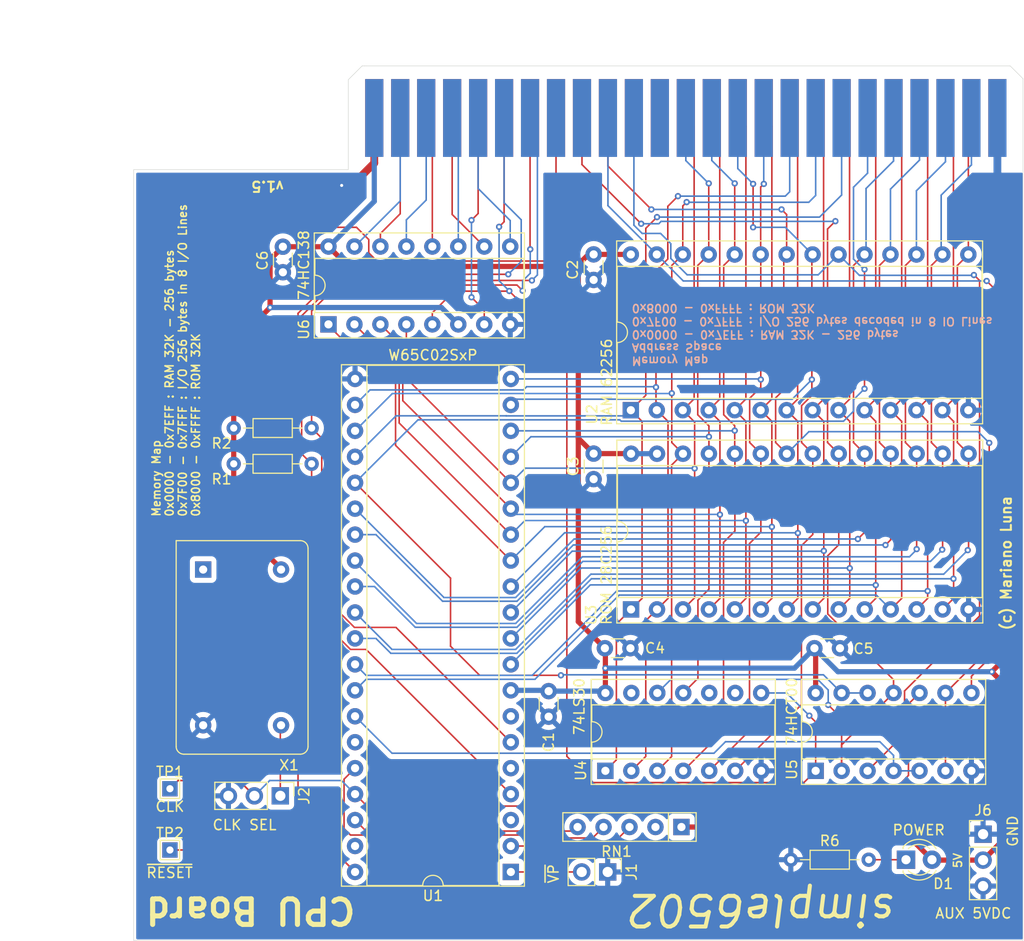
<source format=kicad_pcb>
(kicad_pcb (version 20221018) (generator pcbnew)
  (layers (0 "F.Cu" signal) (31 "B.Cu" signal) (34 "B.Paste" user) (35 "F.Paste" user) (36 "B.SilkS" user "B.Silkscreen") (37 "F.SilkS" user "F.Silkscreen") (38 "B.Mask" user) (39 "F.Mask" user) (44 "Edge.Cuts" user))
  (net 0 "")
  (net 1 "VCC")
  (net 2 "GND")
  (net 3 "Net-(D1-K)")
  (net 4 "/~{VP}")
  (net 5 "/OSC_OUT")
  (net 6 "CLK")
  (net 7 "~{RESET}")
  (net 8 "A0")
  (net 9 "A1")
  (net 10 "A2")
  (net 11 "A3")
  (net 12 "A4")
  (net 13 "A5")
  (net 14 "A6")
  (net 15 "A7")
  (net 16 "D0")
  (net 17 "D1")
  (net 18 "D2")
  (net 19 "D3")
  (net 20 "D4")
  (net 21 "D5")
  (net 22 "D6")
  (net 23 "D7")
  (net 24 "~{IRQ}")
  (net 25 "~{NMI}")
  (net 26 "~{IO_CS}")
  (net 27 "~{ROM_CS}")
  (net 28 "~{RAM_CS}")
  (net 29 "~{WR}")
  (net 30 "~{RD}")
  (net 31 "A8")
  (net 32 "A9")
  (net 33 "A10")
  (net 34 "A11")
  (net 35 "A12")
  (net 36 "A13")
  (net 37 "A14")
  (net 38 "A15")
  (net 45 "R~{W}")
  (net 51 "~{SO}")
  (net 52 "BE")
  (net 53 "RDY")
  (net 54 "~{IO_08}")
  (net 55 "~{IO_07}")
  (net 56 "~{IO_06}")
  (net 57 "~{IO_05}")
  (net 58 "~{IO_04}")
  (net 59 "~{IO_03}")
  (net 60 "~{IO_02}")
  (net 61 "~{IO_01}")
  (footprint "Package_DIP:DIP-16_W7.62mm_Socket" (layer "F.Cu") (at 82.06 75.3 90)
    (fp_text reference "U6")
    (fp_text value "74HC138")
  )
  (footprint "Capacitor_THT:C_Disc_D3.0mm_W1.6mm_P2.50mm" (layer "F.Cu") (at 109.1 107)
    (fp_text reference "C4")
    (fp_text value "0.1uF")
  )
  (footprint "Capacitor_THT:C_Disc_D3.0mm_W1.6mm_P2.50mm" (layer "F.Cu") (at 108 87.95 -90)
    (fp_text reference "C3")
    (fp_text value "0.1uF")
  )
  (footprint "TestPoint:TestPoint_THTPad_1.5x1.5mm_Drill0.7mm" (layer "F.Cu") (at 66.55 120.75)
    (fp_text reference "TP1")
    (fp_text value "CLK")
  )
  (footprint "Resistor_THT:R_Axial_DIN0204_L3.6mm_D1.6mm_P7.62mm_Horizontal" (layer "F.Cu") (at 134.91 127.7 180)
    (fp_text reference "R6")
    (fp_text value "330")
  )
  (footprint "Capacitor_THT:C_Disc_D3.0mm_W1.6mm_P2.50mm" (layer "F.Cu") (at 129.6 107)
    (fp_text reference "C5")
    (fp_text value "0.1uF")
  )
  (footprint "LED_THT:LED_D3.0mm" (layer "F.Cu") (at 138.56 127.7)
    (fp_text reference "D1")
    (fp_text value "POWER")
  )
  (footprint "Connector_PCBEdge:BUS_EdgePCB_Apple_2" (layer "F.Cu") (at 124.64 55.1 180)
    (fp_text reference "BUS1")
    (fp_text value "6502 BUS ")
  )
  (footprint "Resistor_THT:R_Axial_DIN0204_L3.6mm_D1.6mm_P7.62mm_Horizontal" (layer "F.Cu") (at 80.41 85.45 180)
    (fp_text reference "R2")
    (fp_text value "3K3")
  )
  (footprint "Capacitor_THT:C_Disc_D3.0mm_W1.6mm_P2.50mm" (layer "F.Cu") (at 103.6 111.2 -90)
    (fp_text reference "C1")
    (fp_text value "0.1uF")
  )
  (footprint "Connector_PinHeader_2.54mm:PinHeader_1x03_P2.54mm_Vertical" (layer "F.Cu") (at 146.1 125.2)
    (fp_text reference "J6")
    (fp_text value "AUX 5VDC")
  )
  (footprint "Package_DIP:DIP-28_W15.24mm_Socket" (layer "F.Cu") (at 111.66 103.2 90)
    (fp_text reference "U3")
    (fp_text value "ROM 28C256")
  )
  (footprint "Connector_PinHeader_2.54mm:PinHeader_1x03_P2.54mm_Vertical" (layer "F.Cu") (at 77.35 121.45 -90)
    (fp_text reference "J2")
    (fp_text value "CLK SEL")
  )
  (footprint "Connector_PinHeader_2.54mm:PinHeader_1x02_P2.54mm_Vertical" (layer "F.Cu") (at 109.375 128.9 -90)
    (fp_text reference "J1")
    (fp_text value "~{VP}")
  )
  (footprint "Package_DIP:DIP-40_W15.24mm_Socket" (layer "F.Cu") (at 99.9 128.9 180)
    (fp_text reference "U1")
    (fp_text value "W65C02SxP")
  )
  (footprint "Resistor_THT:R_Axial_DIN0204_L3.6mm_D1.6mm_P7.62mm_Horizontal" (layer "F.Cu") (at 80.41 88.95 180)
    (fp_text reference "R1")
    (fp_text value "3K3")
  )
  (footprint "Package_DIP:DIP-14_W7.62mm_Socket" (layer "F.Cu") (at 109.15 119 90)
    (fp_text reference "U4")
    (fp_text value "74LS30")
  )
  (footprint "Oscillator:Oscillator_DIP-14" (layer "F.Cu") (at 69.8 99.3 -90)
    (fp_text reference "X1")
    (fp_text value "ACO-1MHz")
  )
  (footprint "TestPoint:TestPoint_THTPad_1.5x1.5mm_Drill0.7mm" (layer "F.Cu") (at 66.55 126.75)
    (fp_text reference "TP2")
    (fp_text value "~{RESET}")
  )
  (footprint "Package_DIP:DIP-28_W15.24mm_Socket" (layer "F.Cu") (at 111.64 83.7 90)
    (fp_text reference "U2")
    (fp_text value "RAM 62256")
  )
  (footprint "Capacitor_THT:C_Disc_D3.0mm_W1.6mm_P2.50mm" (layer "F.Cu") (at 108 68.45 -90)
    (fp_text reference "C2")
    (fp_text value "0.1uF")
  )
  (footprint "Capacitor_THT:C_Disc_D3.0mm_W1.6mm_P2.50mm" (layer "F.Cu") (at 77.6 67.7 -90)
    (fp_text reference "C6")
    (fp_text value "0.1uF")
  )
  (footprint "Package_DIP:DIP-14_W7.62mm_Socket" (layer "F.Cu") (at 129.72 119 90)
    (fp_text reference "U5")
    (fp_text value "74HCT00")
  )
  (footprint "Resistor_THT:R_Array_SIP5" (layer "F.Cu") (at 116.59 124.5 180)
    (fp_text reference "RN1")
    (fp_text value "4K7")
  )
  (gr_line (start 150 135.6) (end 150 51.25) (stroke (width 0.05)) (layer "Edge.Cuts"))
  (gr_line (start 85.6 50) (end 85.35 50) (stroke (width 0.05)) (layer "Edge.Cuts"))
  (gr_line (start 84 51.35) (end 84 60.15) (stroke (width 0.05)) (layer "Edge.Cuts"))
  (gr_line (start 85.35 50) (end 84 51.35) (stroke (width 0.05)) (layer "Edge.Cuts"))
  (gr_line (start 63 60.15) (end 63 135.6) (stroke (width 0.05)) (layer "Edge.Cuts"))
  (gr_line (start 148.75 50) (end 85.6 50) (stroke (width 0.05)) (layer "Edge.Cuts"))
  (gr_line (start 150 51.25) (end 148.75 50) (stroke (width 0.05)) (layer "Edge.Cuts"))
  (gr_line (start 84 60.15) (end 63 60.15) (stroke (width 0.05)) (layer "Edge.Cuts"))
  (gr_line (start 63 135.6) (end 150 135.6) (stroke (width 0.05)) (layer "Edge.Cuts"))
  (gr_text "Memory Map \nAddress Space\n0x0000 - 0x7EFF : RAM 32K - 256 bytes\n0x7F00 - 0x7FFF : I/O 256 bytes decoded in 8 IO Lines\n0x8000 - 0xFFFF : ROM 32K" (at 111.65 73.25 180) (layer "B.SilkS") (effects (font (size 0.8 0.8) (thickness 0.15) bold) (justify left bottom mirror)))
  (gr_text "GND" (at 149 124.9 90) (layer "F.SilkS") (effects (font (size 1 1))))
  (gr_text "simple6502" (at 137.85 130.85 180) (layer "F.SilkS") (effects (font (size 3 3) (thickness 0.4) italic) (justify left bottom)))
  (gr_text "Memory Map \n0x0000 - 0x7EFF : RAM 32K - 256 bytes\n0x7F00 - 0x7FFF : I/O 256 bytes in 8 I/O Lines\n0x8000 - 0xFFFF : ROM 32K" (at 69.55 94.2 90) (layer "F.SilkS") (effects (font (size 0.8 0.8) (thickness 0.15) bold) (justify left bottom)))
  (gr_text "v1.5" (at 77.8 61.2 180) (layer "F.SilkS") (effects (font (size 1 1) (thickness 0.2) bold) (justify left bottom)))
  (gr_text "5V" (at 144.1 128.6 90) (layer "F.SilkS") (effects (font (size 0.8 0.8) (thickness 0.15) bold) (justify left bottom)))
  (gr_text "CPU Board" (at 84.95 131.2 180) (layer "F.SilkS") (effects (font (size 2.5 2.5) (thickness 0.5) bold) (justify left bottom)))
  (gr_text "(c) Mariano Luna" (at 148.95 105.35 90) (layer "F.SilkS") (effects (font (size 1 1) (thickness 0.2) bold) (justify left bottom)))
  (segment (start 108 68.45) (end 111.63 68.45) (width 0.508) (layer "F.Cu") (net 1))
  (segment (start 77.42 99.3) (end 77.42 99.22) (width 0.508) (layer "F.Cu") (net 1))
  (segment (start 72.79 77.206) (end 76.346 73.65) (width 0.508) (layer "F.Cu") (net 1))
  (segment (start 147.45 55.15) (end 147.5 55.1) (width 0.508) (layer "F.Cu") (net 1))
  (segment (start 77.6 67.7) (end 82.04 67.7) (width 0.508) (layer "F.Cu") (net 1))
  (segment (start 146.1 127.74) (end 141.14 127.74) (width 0.508) (layer "F.Cu") (net 1))
  (segment (start 72.79 85.45) (end 72.79 88.95) (width 0.508) (layer "F.Cu") (net 1))
  (segment (start 77.42 99.22) (end 72.79 94.59) (width 0.508) (layer "F.Cu") (net 1))
  (segment (start 141.14 127.74) (end 141.1 127.7) (width 0.508) (layer "F.Cu") (net 1))
  (segment (start 148.65 125.19) (end 146.1 127.74) (width 0.508) (layer "F.Cu") (net 1))
  (segment (start 84.0102 69.6302) (end 82.06 67.68) (width 0.508) (layer "F.Cu") (net 1))
  (segment (start 109.15 108.95) (end 109.15 107.05) (width 0.508) (layer "F.Cu") (net 1))
  (segment (start 72.79 85.45) (end 72.79 77.206) (width 0.508) (layer "F.Cu") (net 1))
  (segment (start 111.65 87.95) (end 111.66 87.96) (width 0.508) (layer "F.Cu") (net 1))
  (segment (start 109.15 107.05) (end 109.1 107) (width 0.508) (layer "F.Cu") (net 1))
  (segment (start 106.5 85.95) (end 106.5 104.4) (width 0.508) (layer "F.Cu") (net 1))
  (segment (start 106.5 69.95) (end 106.1802 69.6302) (width 0.508) (layer "F.Cu") (net 1))
  (segment (start 106.5 85.95) (end 106.5 69.95) (width 0.508) (layer "F.Cu") (net 1))
  (segment (start 141.1 127.7) (end 137.9 124.5) (width 0.508) (layer "F.Cu") (net 1))
  (segment (start 108 87.95) (end 111.65 87.95) (width 0.508) (layer "F.Cu") (net 1))
  (segment (start 148.65 111) (end 148.65 125.19) (width 0.508) (layer "F.Cu") (net 1))
  (segment (start 146.95 109.3) (end 148.7 107.55) (width 0.508) (layer "F.Cu") (net 1))
  (segment (start 106.5 86.45) (end 106.5 85.95) (width 0.508) (layer "F.Cu") (net 1))
  (segment (start 129.72 111.38) (end 129.72 107.12) (width 0.508) (layer "F.Cu") (net 1))
  (segment (start 76.346 68.954) (end 76.346 73.65) (width 0.508) (layer "F.Cu") (net 1))
  (segment (start 106.5 104.4) (end 109.1 107) (width 0.508) (layer "F.Cu") (net 1))
  (segment (start 82.04 67.7) (end 82.06 67.68) (width 0.508) (layer "F.Cu") (net 1))
  (segment (start 129.72 107.12) (end 129.6 107) (width 0.508) (layer "F.Cu") (net 1))
  (segment (start 137.9 124.5) (end 116.59 124.5) (width 0.508) (layer "F.Cu") (net 1))
  (segment (start 106.5 69.45) (end 106.5 69.95) (width 0.508) (layer "F.Cu") (net 1))
  (segment (start 72.79 94.59) (end 72.79 88.95) (width 0.508) (layer "F.Cu") (net 1))
  (segment (start 103.52 111.12) (end 103.6 111.2) (width 0.508) (layer "F.Cu") (net 1))
  (segment (start 106.1802 69.6302) (end 84.0102 69.6302) (width 0.508) (layer "F.Cu") (net 1))
  (segment (start 109.15 111.38) (end 109.15 108.95) (width 0.508) (layer "F.Cu") (net 1))
  (segment (start 77.6 67.7) (end 76.346 68.954) (width 0.508) (layer "F.Cu") (net 1))
  (segment (start 148.7 64.2) (end 147.45 62.95) (width 0.508) (layer "F.Cu") (net 1))
  (segment (start 107.5 68.45) (end 106.5 69.45) (width 0.508) (layer "F.Cu") (net 1))
  (segment (start 111.63 68.45) (end 111.64 68.46) (width 0.508) (layer "F.Cu") (net 1))
  (segment (start 147.45 62.95) (end 147.45 55.15) (width 0.508) (layer "F.Cu") (net 1))
  (segment (start 146.95 109.3) (end 148.65 111) (width 0.508) (layer "F.Cu") (net 1))
  (segment (start 148.7 107.55) (end 148.7 64.2) (width 0.508) (layer "F.Cu") (net 1))
  (segment (start 108 87.95) (end 106.5 86.45) (width 0.508) (layer "F.Cu") (net 1))
  (segment (start 108 68.45) (end 107.5 68.45) (width 0.508) (layer "F.Cu") (net 1))
  (via (at 146.95 109.3) (size 0.61) (drill 0.3) (layers "F.Cu" "B.Cu") (net 1))
  (via (at 109.15 108.95) (size 0.61) (drill 0.3) (layers "F.Cu" "B.Cu") (net 1))
  (via (at 76.346 73.65) (size 0.61) (drill 0.3) (layers "F.Cu" "B.Cu") (net 1))
  (segment (start 131.9 109.3) (end 129.6 107) (width 0.508) (layer "B.Cu") (net 1))
  (segment (start 146.95 109.3) (end 131.9 109.3) (width 0.508) (layer "B.Cu") (net 1))
  (segment (start 86.54 63.26) (end 82.12 67.68) (width 0.508) (layer "B.Cu") (net 1))
  (segment (start 127.65 108.95) (end 109.15 108.95) (width 0.508) (layer "B.Cu") (net 1))
  (segment (start 82.12 67.68) (end 82.06 67.68) (width 0.508) (layer "B.Cu") (net 1))
  (segment (start 129.6 107) (end 127.65 108.95) (width 0.508) (layer "B.Cu") (net 1))
  (segment (start 94.76 75.3) (end 93.11 73.65) (width 0.508) (layer "B.Cu") (net 1))
  (segment (start 93.11 73.65) (end 76.346 73.65) (width 0.508) (layer "B.Cu") (net 1))
  (segment (start 108.97 111.2) (end 109.15 111.38) (width 0.508) (layer "B.Cu") (net 1))
  (segment (start 103.52 111.12) (end 103.6 111.2) (width 0.508) (layer "B.Cu") (net 1))
  (segment (start 99.9 111.12) (end 103.52 111.12) (width 0.508) (layer "B.Cu") (net 1))
  (segment (start 103.6 111.2) (end 108.97 111.2) (width 0.508) (layer "B.Cu") (net 1))
  (segment (start 86.54 55.1) (end 86.54 63.26) (width 0.508) (layer "B.Cu") (net 1))
  (segment (start 111.66 87.96) (end 114.2 87.96) (width 0.508) (layer "B.Cu") (net 1))
  (segment (start 86.54 59.51) (end 84.35 61.7) (width 0.762) (layer "F.Cu") (net 2))
  (segment (start 84.35 61.7) (end 83.35 61.7) (width 0.762) (layer "F.Cu") (net 2))
  (segment (start 86.54 55.1) (end 86.54 59.51) (width 0.762) (layer "F.Cu") (net 2))
  (via (at 83.35 61.7) (size 0.61) (drill 0.3) (layers "F.Cu" "B.Cu") (net 2))
  (segment (start 147.5 55.1) (end 147.5 60.6) (width 0.762) (layer "B.Cu") (net 2))
  (segment (start 147.5 60.6) (end 148.75 61.85) (width 0.762) (layer "B.Cu") (net 2))
  (segment (start 138.56 127.7) (end 134.91 127.7) (width 0.1524) (layer "F.Cu") (net 3))
  (segment (start 99.9 128.9) (end 106.835 128.9) (width 0.1524) (layer "F.Cu") (net 4))
  (segment (start 77.35 121.45) (end 77.35 114.61) (width 0.1524) (layer "F.Cu") (net 5))
  (segment (start 77.35 114.61) (end 77.42 114.54) (width 0.1524) (layer "F.Cu") (net 5))
  (segment (start 86 67) (end 86 68.3) (width 0.1524) (layer "F.Cu") (net 6))
  (segment (start 103.45 69.1) (end 104.32 68.23) (width 0.1524) (layer "F.Cu") (net 6))
  (segment (start 77.1 65.8) (end 84.8 65.8) (width 0.1524) (layer "F.Cu") (net 6))
  (segment (start 84.8 65.8) (end 86 67) (width 0.1524) (layer "F.Cu") (net 6))
  (segment (start 84.66 121.28) (end 85.83 122.45) (width 0.1524) (layer "F.Cu") (net 6))
  (segment (start 73.31 119.95) (end 74.81 121.45) (width 0.1524) (layer "F.Cu") (net 6))
  (segment (start 66.55 120.75) (end 67.35 119.95) (width 0.1524) (layer "F.Cu") (net 6))
  (segment (start 104.32 68.23) (end 104.32 55.1) (width 0.1524) (layer "F.Cu") (net 6))
  (segment (start 74.81 121.45) (end 71.3 117.94) (width 0.1524) (layer "F.Cu") (net 6))
  (segment (start 135.799577 122.45) (end 138.8 119.449577) (width 0.1524) (layer "F.Cu") (net 6))
  (segment (start 86 68.3) (end 86.8 69.1) (width 0.1524) (layer "F.Cu") (net 6))
  (segment (start 74.85 121.49) (end 74.81 121.45) (width 0.1524) (layer "F.Cu") (net 6))
  (segment (start 138.8 112.46) (end 139.88 111.38) (width 0.1524) (layer "F.Cu") (net 6))
  (segment (start 85.83 122.45) (end 135.799577 122.45) (width 0.1524) (layer "F.Cu") (net 6))
  (segment (start 71.3 71.6) (end 77.1 65.8) (width 0.1524) (layer "F.Cu") (net 6))
  (segment (start 86.8 69.1) (end 103.45 69.1) (width 0.1524) (layer "F.Cu") (net 6))
  (segment (start 71.3 117.94) (end 71.3 71.6) (width 0.1524) (layer "F.Cu") (net 6))
  (segment (start 138.8 119.449577) (end 138.8 112.46) (width 0.1524) (layer "F.Cu") (net 6))
  (segment (start 67.35 119.95) (end 73.31 119.95) (width 0.1524) (layer "F.Cu") (net 6))
  (segment (start 83.33 119.95) (end 84.66 121.28) (width 0.1524) (layer "B.Cu") (net 6))
  (segment (start 76.31 119.95) (end 83.33 119.95) (width 0.1524) (layer "B.Cu") (net 6))
  (segment (start 74.81 121.45) (end 76.31 119.95) (width 0.1524) (layer "B.Cu") (net 6))
  (segment (start 79.0814 123.3214) (end 84.66 128.9) (width 0.1524) (layer "F.Cu") (net 7))
  (segment (start 82.9 70.4) (end 79.0814 74.2186) (width 0.1524) (layer "F.Cu") (net 7))
  (segment (start 99.65 70.4) (end 82.9 70.4) (width 0.1524) (layer "F.Cu") (net 7))
  (segment (start 82.51 126.75) (end 84.66 128.9) (width 0.1524) (layer "F.Cu") (net 7))
  (segment (start 66.55 126.75) (end 82.51 126.75) (width 0.1524) (layer "F.Cu") (net 7))
  (segment (start 79.0814 74.2186) (end 79.0814 123.3214) (width 0.1524) (layer "F.Cu") (net 7))
  (via (at 99.65 70.4) (size 0.61) (drill 0.3) (layers "F.Cu" "B.Cu") (net 7))
  (segment (start 99.65 70.4) (end 100.9162 69.1338) (width 0.1524) (layer "B.Cu") (net 7))
  (segment (start 99.24 63.39) (end 99.24 55.1) (width 0.1524) (layer "B.Cu") (net 7))
  (segment (start 100.9162 69.1338) (end 100.9162 65.0662) (width 0.1524) (layer "B.Cu") (net 7))
  (segment (start 100.9162 65.0662) (end 99.24 63.39) (width 0.1524) (layer "B.Cu") (net 7))
  (segment (start 135.5962 82.6038) (end 135.5962 55.8962) (width 0.1524) (layer "F.Cu") (net 8))
  (segment (start 135.5962 102.1238) (end 134.52 103.2) (width 0.1524) (layer "F.Cu") (net 8))
  (segment (start 135.5962 84.7962) (end 134.5 83.7) (width 0.1524) (layer "F.Cu") (net 8))
  (segment (start 134.5 83.7) (end 135.5962 82.6038) (width 0.1524) (layer "F.Cu") (net 8))
  (segment (start 135.5962 100.8193) (end 135.5962 84.7962) (width 0.1524) (layer "F.Cu") (net 8))
  (segment (start 135.5962 55.8962) (end 134.8 55.1) (width 0.1524) (layer "F.Cu") (net 8))
  (segment (start 135.5962 100.8193) (end 135.5962 102.1238) (width 0.1524) (layer "F.Cu") (net 8))
  (via (at 135.5962 100.8193) (size 0.61) (drill 0.3) (layers "F.Cu" "B.Cu") (net 8))
  (segment (start 135.5962 100.8193) (end 135.5769 100.8) (width 0.1524) (layer "B.Cu") (net 8))
  (segment (start 135.5769 100.8) (end 107.68 100.8) (width 0.1524) (layer "B.Cu") (net 8))
  (segment (start 107.68 100.8) (end 99.9 108.58) (width 0.1524) (layer "B.Cu") (net 8))
  (segment (start 131.96 83.7) (end 133.0362 82.6238) (width 0.1524) (layer "F.Cu") (net 9))
  (segment (start 133.0362 82.6238) (end 133.0362 55.8762) (width 0.1524) (layer "F.Cu") (net 9))
  (segment (start 133.0562 102.1238) (end 131.98 103.2) (width 0.1524) (layer "F.Cu") (net 9))
  (segment (start 133.0562 99.1693) (end 133.0562 102.1238) (width 0.1524) (layer "F.Cu") (net 9))
  (segment (start 133.0562 84.7962) (end 131.96 83.7) (width 0.1524) (layer "F.Cu") (net 9))
  (segment (start 133.0362 55.8762) (end 132.26 55.1) (width 0.1524) (layer "F.Cu") (net 9))
  (segment (start 133.0562 99.1693) (end 133.0562 84.7962) (width 0.1524) (layer "F.Cu") (net 9))
  (via (at 133.0562 99.1693) (size 0.61) (drill 0.3) (layers "F.Cu" "B.Cu") (net 9))
  (segment (start 106.79 99.15) (end 99.9 106.04) (width 0.1524) (layer "B.Cu") (net 9))
  (segment (start 133.0562 99.1693) (end 133.0369 99.15) (width 0.1524) (layer "B.Cu") (net 9))
  (segment (start 133.0369 99.15) (end 106.79 99.15) (width 0.1524) (layer "B.Cu") (net 9))
  (segment (start 130.5162 97.4693) (end 130.5162 102.1238) (width 0.1524) (layer "F.Cu") (net 10))
  (segment (start 130.4962 82.6238) (end 130.4962 55.8762) (width 0.1524) (layer "F.Cu") (net 10))
  (segment (start 129.42 83.7) (end 130.4962 82.6238) (width 0.1524) (layer "F.Cu") (net 10))
  (segment (start 130.5162 97.4693) (end 130.5162 84.7962) (width 0.1524) (layer "F.Cu") (net 10))
  (segment (start 130.4962 55.8762) (end 129.72 55.1) (width 0.1524) (layer "F.Cu") (net 10))
  (segment (start 130.5162 102.1238) (end 129.44 103.2) (width 0.1524) (layer "F.Cu") (net 10))
  (segment (start 130.5162 84.7962) (end 129.42 83.7) (width 0.1524) (layer "F.Cu") (net 10))
  (via (at 130.5162 97.4693) (size 0.61) (drill 0.3) (layers "F.Cu" "B.Cu") (net 10))
  (segment (start 130.5162 97.4693) (end 130.4855 97.5) (width 0.1524) (layer "B.Cu") (net 10))
  (segment (start 105.9 97.5) (end 99.9 103.5) (width 0.1524) (layer "B.Cu") (net 10))
  (segment (start 130.4855 97.5) (end 105.9 97.5) (width 0.1524) (layer "B.Cu") (net 10))
  (segment (start 126.88 83.7) (end 127.9562 82.6238) (width 0.1524) (layer "F.Cu") (net 11))
  (segment (start 127.9762 95.7267) (end 127.9762 102.1238) (width 0.1524) (layer "F.Cu") (net 11))
  (segment (start 127.9562 55.8762) (end 127.18 55.1) (width 0.1524) (layer "F.Cu") (net 11))
  (segment (start 127.9562 82.6238) (end 127.9562 55.8762) (width 0.1524) (layer "F.Cu") (net 11))
  (segment (start 127.9762 95.7267) (end 127.9762 84.7962) (width 0.1524) (layer "F.Cu") (net 11))
  (segment (start 127.9762 84.7962) (end 126.88 83.7) (width 0.1524) (layer "F.Cu") (net 11))
  (segment (start 127.9762 102.1238) (end 126.9 103.2) (width 0.1524) (layer "F.Cu") (net 11))
  (via (at 127.9762 95.7267) (size 0.61) (drill 0.3) (layers "F.Cu" "B.Cu") (net 11))
  (segment (start 105.16 95.7) (end 99.9 100.96) (width 0.1524) (layer "B.Cu") (net 11))
  (segment (start 127.9495 95.7) (end 105.16 95.7) (width 0.1524) (layer "B.Cu") (net 11))
  (segment (start 127.9762 95.7267) (end 127.9495 95.7) (width 0.1524) (layer "B.Cu") (net 11))
  (segment (start 125.4362 55.8962) (end 124.64 55.1) (width 0.1524) (layer "F.Cu") (net 12))
  (segment (start 85.55 77) (end 88.6228 80.0728) (width 0.1524) (layer "F.Cu") (net 12))
  (segment (start 125.4362 102.1238) (end 124.36 103.2) (width 0.1524) (layer "F.Cu") (net 12))
  (segment (start 125.4362 84.7962) (end 124.34 83.7) (width 0.1524) (layer "F.Cu") (net 12))
  (segment (start 125.4362 95.1193) (end 125.4362 84.7962) (width 0.1524) (layer "F.Cu") (net 12))
  (segment (start 88.6228 87.1428) (end 99.9 98.42) (width 0.1524) (layer "F.Cu") (net 12))
  (segment (start 83.65 77) (end 85.55 77) (width 0.1524) (layer "F.Cu") (net 12))
  (segment (start 125.4362 95.1193) (end 125.4362 102.1238) (width 0.1524) (layer "F.Cu") (net 12))
  (segment (start 88.6228 80.0728) (end 88.6228 87.1428) (width 0.1524) (layer "F.Cu") (net 12))
  (segment (start 82.06 75.3) (end 82.06 75.41) (width 0.1524) (layer "F.Cu") (net 12))
  (segment (start 124.34 83.7) (end 125.4362 82.6038) (width 0.1524) (layer "F.Cu") (net 12))
  (segment (start 125.4362 82.6038) (end 125.4362 55.8962) (width 0.1524) (layer "F.Cu") (net 12))
  (segment (start 82.06 75.41) (end 83.65 77) (width 0.1524) (layer "F.Cu") (net 12))
  (via (at 125.4362 95.1193) (size 0.61) (drill 0.3) (layers "F.Cu" "B.Cu") (net 12))
  (segment (start 125.4169 95.1) (end 103.22 95.1) (width 0.1524) (layer "B.Cu") (net 12))
  (segment (start 125.4362 95.1193) (end 125.4169 95.1) (width 0.1524) (layer "B.Cu") (net 12))
  (segment (start 103.22 95.1) (end 99.9 98.42) (width 0.1524) (layer "B.Cu") (net 12))
  (segment (start 122.8962 84.7962) (end 121.8 83.7) (width 0.1524) (layer "F.Cu") (net 13))
  (segment (start 122.8962 82.6038) (end 122.8962 55.8962) (width 0.1524) (layer "F.Cu") (net 13))
  (segment (start 121.8 83.7) (end 122.8962 82.6038) (width 0.1524) (layer "F.Cu") (net 13))
  (segment (start 122.8962 102.1238) (end 121.82 103.2) (width 0.1524) (layer "F.Cu") (net 13))
  (segment (start 122.8962 94.5193) (end 122.8962 102.1238) (width 0.1524) (layer "F.Cu") (net 13))
  (segment (start 88.9752 79.6752) (end 88.9752 84.9552) (width 0.1524) (layer "F.Cu") (net 13))
  (segment (start 122.8962 55.8962) (end 122.1 55.1) (width 0.1524) (layer "F.Cu") (net 13))
  (segment (start 122.8962 94.5193) (end 122.8962 84.7962) (width 0.1524) (layer "F.Cu") (net 13))
  (segment (start 88.9752 84.9552) (end 99.9 95.88) (width 0.1524) (layer "F.Cu") (net 13))
  (segment (start 84.6 75.3) (end 88.9752 79.6752) (width 0.1524) (layer "F.Cu") (net 13))
  (via (at 122.8962 94.5193) (size 0.61) (drill 0.3) (layers "F.Cu" "B.Cu") (net 13))
  (segment (start 122.8769 94.5) (end 101.28 94.5) (width 0.1524) (layer "B.Cu") (net 13))
  (segment (start 122.8962 94.5193) (end 122.8769 94.5) (width 0.1524) (layer "B.Cu") (net 13))
  (segment (start 101.28 94.5) (end 99.9 95.88) (width 0.1524) (layer "B.Cu") (net 13))
  (segment (start 120.3362 55.8762) (end 119.56 55.1) (width 0.1524) (layer "F.Cu") (net 14))
  (segment (start 89.3276 77.4876) (end 89.3276 82.7676) (width 0.1524) (layer "F.Cu") (net 14))
  (segment (start 120.3562 102.1238) (end 119.28 103.2) (width 0.1524) (layer "F.Cu") (net 14))
  (segment (start 120.3562 84.7962) (end 119.26 83.7) (width 0.1524) (layer "F.Cu") (net 14))
  (segment (start 119.26 83.7) (end 120.3362 82.6238) (width 0.1524) (layer "F.Cu") (net 14))
  (segment (start 120.3362 82.6238) (end 120.3362 55.8762) (width 0.1524) (layer "F.Cu") (net 14))
  (segment (start 120.3562 93.9193) (end 120.3562 102.1238) (width 0.1524) (layer "F.Cu") (net 14))
  (segment (start 89.3276 82.7676) (end 99.9 93.34) (width 0.1524) (layer "F.Cu") (net 14))
  (segment (start 87.14 75.3) (end 89.3276 77.4876) (width 0.1524) (layer "F.Cu") (net 14))
  (segment (start 120.3562 93.9193) (end 120.3562 84.7962) (width 0.1524) (layer "F.Cu") (net 14))
  (via (at 120.3562 93.9193) (size 0.61) (drill 0.3) (layers "F.Cu" "B.Cu") (net 14))
  (segment (start 120.3369 93.9) (end 100.46 93.9) (width 0.1524) (layer "B.Cu") (net 14))
  (segment (start 120.3562 93.9193) (end 120.3369 93.9) (width 0.1524) (layer "B.Cu") (net 14))
  (segment (start 100.46 93.9) (end 99.9 93.34) (width 0.1524) (layer "B.Cu") (net 14))
  (segment (start 117.8314 82.5886) (end 117.8314 55.9114) (width 0.1524) (layer "F.Cu") (net 15))
  (segment (start 116.72 83.7) (end 117.8314 82.5886) (width 0.1524) (layer "F.Cu") (net 15))
  (segment (start 117.8314 55.9114) (end 117.02 55.1) (width 0.1524) (layer "F.Cu") (net 15))
  (segment (start 117.88 84.86) (end 116.72 83.7) (width 0.1524) (layer "F.Cu") (net 15))
  (segment (start 89.68 80.58) (end 99.9 90.8) (width 0.1524) (layer "F.Cu") (net 15))
  (segment (start 117.88 89.4) (end 117.88 84.86) (width 0.1524) (layer "F.Cu") (net 15))
  (segment (start 116.74 103.2) (end 117.88 102.06) (width 0.1524) (layer "F.Cu") (net 15))
  (segment (start 117.88 102.06) (end 117.88 89.4) (width 0.1524) (layer "F.Cu") (net 15))
  (segment (start 89.68 75.3) (end 89.68 80.58) (width 0.1524) (layer "F.Cu") (net 15))
  (via (at 117.88 89.4) (size 0.61) (drill 0.3) (layers "F.Cu" "B.Cu") (net 15))
  (segment (start 101.3262 89.3738) (end 117.8538 89.3738) (width 0.1524) (layer "B.Cu") (net 15))
  (segment (start 99.9 90.8) (end 101.3262 89.3738) (width 0.1524) (layer "B.Cu") (net 15))
  (segment (start 117.8538 89.3738) (end 117.88 89.4) (width 0.1524) (layer "B.Cu") (net 15))
  (segment (start 138.1362 82.6038) (end 138.1362 55.8962) (width 0.1524) (layer "F.Cu") (net 16))
  (segment (start 138.1362 55.8962) (end 137.34 55.1) (width 0.1524) (layer "F.Cu") (net 16))
  (segment (start 137.04 83.7) (end 138.1362 82.6038) (width 0.1524) (layer "F.Cu") (net 16))
  (segment (start 138.1362 102.1238) (end 138.1362 84.7962) (width 0.1524) (layer "F.Cu") (net 16))
  (segment (start 138.1362 84.7962) (end 137.04 83.7) (width 0.1524) (layer "F.Cu") (net 16))
  (segment (start 137.06 103.2) (end 138.1362 102.1238) (width 0.1524) (layer "F.Cu") (net 16))
  (segment (start 102.2562 110.0438) (end 110.5 101.8) (width 0.1524) (layer "B.Cu") (net 16))
  (segment (start 84.66 111.12) (end 85.7362 110.0438) (width 0.1524) (layer "B.Cu") (net 16))
  (segment (start 85.7362 110.0438) (end 102.2562 110.0438) (width 0.1524) (layer "B.Cu") (net 16))
  (segment (start 135.66 101.8) (end 137.06 103.2) (width 0.1524) (layer "B.Cu") (net 16))
  (segment (start 110.5 101.8) (end 135.66 101.8) (width 0.1524) (layer "B.Cu") (net 16))
  (segment (start 139.58 83.7) (end 140.6762 82.6038) (width 0.1524) (layer "F.Cu") (net 17))
  (segment (start 140.6762 55.8962) (end 139.88 55.1) (width 0.1524) (layer "F.Cu") (net 17))
  (segment (start 140.6762 101.4) (end 140.6762 84.7962) (width 0.1524) (layer "F.Cu") (net 17))
  (segment (start 140.6762 84.7962) (end 139.58 83.7) (width 0.1524) (layer "F.Cu") (net 17))
  (segment (start 140.6762 102.1238) (end 140.6762 101.4) (width 0.1524) (layer "F.Cu") (net 17))
  (segment (start 140.6762 82.6038) (end 140.6762 55.8962) (width 0.1524) (layer "F.Cu") (net 17))
  (segment (start 139.6 103.2) (end 140.6762 102.1238) (width 0.1524) (layer "F.Cu") (net 17))
  (via (at 140.6762 101.4) (size 0.61) (drill 0.3) (layers "F.Cu" "B.Cu") (net 17))
  (segment (start 84.66 108.58) (end 85.7362 109.6562) (width 0.1524) (layer "B.Cu") (net 17))
  (segment (start 101.9938 109.6562) (end 110.25 101.4) (width 0.1524) (layer "B.Cu") (net 17))
  (segment (start 110.25 101.4) (end 140.6762 101.4) (width 0.1524) (layer "B.Cu") (net 17))
  (segment (start 85.7362 109.6562) (end 101.9938 109.6562) (width 0.1524) (layer "B.Cu") (net 17))
  (segment (start 143.2162 102.1238) (end 142.14 103.2) (width 0.1524) (layer "F.Cu") (net 18))
  (segment (start 143.2162 100.1838) (end 143.2162 84.7962) (width 0.1524) (layer "F.Cu") (net 18))
  (segment (start 143.2 100.2) (end 143.2162 100.1838) (width 0.1524) (layer "F.Cu") (net 18))
  (segment (start 142.12 83.7) (end 143.2 82.62) (width 0.1524) (layer "F.Cu") (net 18))
  (segment (start 143.2 100.2) (end 143.2162 100.2162) (width 0.1524) (layer "F.Cu") (net 18))
  (segment (start 143.2162 84.7962) (end 142.12 83.7) (width 0.1524) (layer "F.Cu") (net 18))
  (segment (start 143.2 82.62) (end 143.2 55.88) (width 0.1524) (layer "F.Cu") (net 18))
  (segment (start 143.2162 100.2162) (end 143.2162 102.1238) (width 0.1524) (layer "F.Cu") (net 18))
  (segment (start 143.2 55.88) (end 142.42 55.1) (width 0.1524) (layer "F.Cu") (net 18))
  (via (at 143.2 100.2) (size 0.61) (drill 0.3) (layers "F.Cu" "B.Cu") (net 18))
  (segment (start 107.781632 100.2) (end 100.481632 107.5) (width 0.1524) (layer "B.Cu") (net 18))
  (segment (start 86.701632 106.04) (end 84.66 106.04) (width 0.1524) (layer "B.Cu") (net 18))
  (segment (start 143.2 100.2) (end 107.781632 100.2) (width 0.1524) (layer "B.Cu") (net 18))
  (segment (start 88.161632 107.5) (end 86.701632 106.04) (width 0.1524) (layer "B.Cu") (net 18))
  (segment (start 100.481632 107.5) (end 88.161632 107.5) (width 0.1524) (layer "B.Cu") (net 18))
  (segment (start 144.66 68.46) (end 144.66 55.4) (width 0.1524) (layer "F.Cu") (net 19))
  (segment (start 144.66 55.4) (end 144.96 55.1) (width 0.1524) (layer "F.Cu") (net 19))
  (segment (start 144.68 87.96) (end 143.5838 86.8638) (width 0.1524) (layer "F.Cu") (net 19))
  (segment (start 144.68 97.32) (end 144.68 87.96) (width 0.1524) (layer "F.Cu") (net 19))
  (segment (start 143.5838 69.5362) (end 144.66 68.46) (width 0.1524) (layer "F.Cu") (net 19))
  (segment (start 144.6 97.4) (end 144.68 97.32) (width 0.1524) (layer "F.Cu") (net 19))
  (segment (start 143.5838 86.8638) (end 143.5838 69.5362) (width 0.1524) (layer "F.Cu") (net 19))
  (via (at 144.6 97.4) (size 0.61) (drill 0.3) (layers "F.Cu" "B.Cu") (net 19))
  (segment (start 100.367064 107.1162) (end 107.733264 99.75) (width 0.1524) (layer "B.Cu") (net 19))
  (segment (start 107.733264 99.75) (end 142.25 99.75) (width 0.1524) (layer "B.Cu") (net 19))
  (segment (start 84.66 103.5) (end 88.2762 107.1162) (width 0.1524) (layer "B.Cu") (net 19))
  (segment (start 142.25 99.75) (end 144.6 97.4) (width 0.1524) (layer "B.Cu") (net 19))
  (segment (start 88.2762 107.1162) (end 100.367064 107.1162) (width 0.1524) (layer "B.Cu") (net 19))
  (segment (start 141.0438 69.5362) (end 142.12 68.46) (width 0.1524) (layer "F.Cu") (net 20))
  (segment (start 142.14 87.96) (end 141.0438 86.8638) (width 0.1524) (layer "F.Cu") (net 20))
  (segment (start 142.14 97.31) (end 142.14 87.96) (width 0.1524) (layer "F.Cu") (net 20))
  (segment (start 142.1 97.35) (end 142.14 97.31) (width 0.1524) (layer "F.Cu") (net 20))
  (segment (start 141.0438 86.8638) (end 141.0438 69.5362) (width 0.1524) (layer "F.Cu") (net 20))
  (via (at 142.1 97.35) (size 0.61) (drill 0.3) (layers "F.Cu" "B.Cu") (net 20))
  (segment (start 142 68.34) (end 142 62.65) (width 0.1524) (layer "B.Cu") (net 20))
  (segment (start 142.1 97.35) (end 140.95 98.5) (width 0.1524) (layer "B.Cu") (net 20))
  (segment (start 142 62.65) (end 144.96 59.69) (width 0.1524) (layer "B.Cu") (net 20))
  (segment (start 140.95 98.5) (end 106.941632 98.5) (width 0.1524) (layer "B.Cu") (net 20))
  (segment (start 142.12 68.46) (end 142 68.34) (width 0.1524) (layer "B.Cu") (net 20))
  (segment (start 86.56 100.96) (end 84.66 100.96) (width 0.1524) (layer "B.Cu") (net 20))
  (segment (start 90.55 104.95) (end 86.56 100.96) (width 0.1524) (layer "B.Cu") (net 20))
  (segment (start 106.941632 98.5) (end 100.491632 104.95) (width 0.1524) (layer "B.Cu") (net 20))
  (segment (start 100.491632 104.95) (end 90.55 104.95) (width 0.1524) (layer "B.Cu") (net 20))
  (segment (start 144.96 59.69) (end 144.96 55.1) (width 0.1524) (layer "B.Cu") (net 20))
  (segment (start 139.6 87.96) (end 138.5038 86.8638) (width 0.1524) (layer "F.Cu") (net 21))
  (segment (start 139.6 97.3) (end 139.6 87.96) (width 0.1524) (layer "F.Cu") (net 21))
  (segment (start 138.5038 86.8638) (end 138.5038 69.5362) (width 0.1524) (layer "F.Cu") (net 21))
  (segment (start 138.5038 69.5362) (end 139.58 68.46) (width 0.1524) (layer "F.Cu") (net 21))
  (via (at 139.6 97.3) (size 0.61) (drill 0.3) (layers "F.Cu" "B.Cu") (net 21))
  (segment (start 139.58 68.46) (end 139.58 62.22) (width 0.1524) (layer "B.Cu") (net 21))
  (segment (start 139.6 97.35) (end 138.9 98.05) (width 0.1524) (layer "B.Cu") (net 21))
  (segment (start 84.66 98.56) (end 84.66 98.42) (width 0.1524) (layer "B.Cu") (net 21))
  (segment (start 100.367063 104.5762) (end 90.6762 104.5762) (width 0.1524) (layer "B.Cu") (net 21))
  (segment (start 142.42 59.38) (end 142.42 55.1) (width 0.1524) (layer "B.Cu") (net 21))
  (segment (start 138.9 98.05) (end 106.893263 98.05) (width 0.1524) (layer "B.Cu") (net 21))
  (segment (start 90.6762 104.5762) (end 84.66 98.56) (width 0.1524) (layer "B.Cu") (net 21))
  (segment (start 139.6 97.3) (end 139.6 97.35) (width 0.1524) (layer "B.Cu") (net 21))
  (segment (start 139.58 62.22) (end 142.42 59.38) (width 0.1524) (layer "B.Cu") (net 21))
  (segment (start 106.893263 98.05) (end 100.367063 104.5762) (width 0.1524) (layer "B.Cu") (net 21))
  (segment (start 135.9638 86.8638) (end 135.9638 69.5362) (width 0.1524) (layer "F.Cu") (net 22))
  (segment (start 137.06 87.96) (end 135.9638 86.8638) (width 0.1524) (layer "F.Cu") (net 22))
  (segment (start 136.55 96.9) (end 137.06 96.39) (width 0.1524) (layer "F.Cu") (net 22))
  (segment (start 135.9638 69.5362) (end 137.04 68.46) (width 0.1524) (layer "F.Cu") (net 22))
  (segment (start 137.06 96.39) (end 137.06 87.96) (width 0.1524) (layer "F.Cu") (net 22))
  (via (at 136.55 96.9) (size 0.61) (drill 0.3) (layers "F.Cu" "B.Cu") (net 22))
  (segment (start 137.04 62.06) (end 139.88 59.22) (width 0.1524) (layer "B.Cu") (net 22))
  (segment (start 137.04 68.46) (end 137.04 62.06) (width 0.1524) (layer "B.Cu") (net 22))
  (segment (start 136.5381 96.8881) (end 136.55 96.9) (width 0.1524) (layer "B.Cu") (net 22))
  (segment (start 93.221632 102.4) (end 100.501631 102.4) (width 0.1524) (layer "B.Cu") (net 22))
  (segment (start 86.701632 95.88) (end 93.221632 102.4) (width 0.1524) (layer "B.Cu") (net 22))
  (segment (start 84.66 95.88) (end 86.701632 95.88) (width 0.1524) (layer "B.Cu") (net 22))
  (segment (start 139.88 59.22) (end 139.88 55.1) (width 0.1524) (layer "B.Cu") (net 22))
  (segment (start 100.501631 102.4) (end 106.013531 96.8881) (width 0.1524) (layer "B.Cu") (net 22))
  (segment (start 106.013531 96.8881) (end 136.5381 96.8881) (width 0.1524) (layer "B.Cu") (net 22))
  (segment (start 134.52 95.6374) (end 134.52 87.96) (width 0.1524) (layer "F.Cu") (net 23))
  (segment (start 134.52 87.96) (end 133.4238 86.8638) (width 0.1524) (layer "F.Cu") (net 23))
  (segment (start 133.4238 69.5362) (end 134.5 68.46) (width 0.1524) (layer "F.Cu") (net 23))
  (segment (start 133.85 96.3074) (end 134.52 95.6374) (width 0.1524) (layer "F.Cu") (net 23))
  (segment (start 133.4238 86.8638) (end 133.4238 69.5362) (width 0.1524) (layer "F.Cu") (net 23))
  (via (at 133.85 96.3074) (size 0.61) (drill 0.3) (layers "F.Cu" "B.Cu") (net 23))
  (segment (start 106.0926 96.3074) (end 133.85 96.3074) (width 0.1524) (layer "B.Cu") (net 23))
  (segment (start 84.66 93.34) (end 93.3562 102.0362) (width 0.1524) (layer "B.Cu") (net 23))
  (segment (start 100.3638 102.0362) (end 106.0926 96.3074) (width 0.1524) (layer "B.Cu") (net 23))
  (segment (start 134.65 62) (end 137.34 59.31) (width 0.1524) (layer "B.Cu") (net 23))
  (segment (start 134.65 68.31) (end 134.65 62) (width 0.1524) (layer "B.Cu") (net 23))
  (segment (start 134.5 68.46) (end 134.65 68.31) (width 0.1524) (layer "B.Cu") (net 23))
  (segment (start 93.3562 102.0362) (end 100.3638 102.0362) (width 0.1524) (layer "B.Cu") (net 23))
  (segment (start 137.34 59.31) (end 137.34 55.1) (width 0.1524) (layer "B.Cu") (net 23))
  (segment (start 82.901632 71) (end 79.4338 74.467832) (width 0.1524) (layer "F.Cu") (net 24))
  (segment (start 99.9 121.28) (end 85.7362 107.1162) (width 0.1524) (layer "F.Cu") (net 24))
  (segment (start 80.41 103.311977) (end 80.41 88.95) (width 0.1524) (layer "F.Cu") (net 24))
  (segment (start 85.7362 107.1162) (end 84.214223 107.1162) (width 0.1524) (layer "F.Cu") (net 24))
  (segment (start 101.960618 71) (end 82.901632 71) (width 0.1524) (layer "F.Cu") (net 24))
  (segment (start 79.4338 87.9738) (end 80.41 88.95) (width 0.1524) (layer "F.Cu") (net 24))
  (segment (start 84.214223 107.1162) (end 80.41 103.311977) (width 0.1524) (layer "F.Cu") (net 24))
  (segment (start 79.4338 74.467832) (end 79.4338 87.9738) (width 0.1524) (layer "F.Cu") (net 24))
  (via (at 101.960618 71) (size 0.61) (drill 0.3) (layers "F.Cu" "B.Cu") (net 24))
  (segment (start 102.5 70.460618) (end 102.5 55.82) (width 0.1524) (layer "B.Cu") (net 24))
  (segment (start 101.960618 71) (end 102.5 70.460618) (width 0.1524) (layer "B.Cu") (net 24))
  (segment (start 102.5 55.82) (end 101.78 55.1) (width 0.1524) (layer "B.Cu") (net 24))
  (segment (start 82.95 71.45) (end 80.41 73.99) (width 0.1524) (layer "F.Cu") (net 25))
  (segment (start 99.9 116.2) (end 88.6638 104.9638) (width 0.1524) (layer "F.Cu") (net 25))
  (segment (start 100.5 71.45) (end 82.95 71.45) (width 0.1524) (layer "F.Cu") (net 25))
  (segment (start 88.6638 104.9638) (end 84.601823 104.9638) (width 0.1524) (layer "F.Cu") (net 25))
  (segment (start 81.4 86.44) (end 80.41 85.45) (width 0.1524) (layer "F.Cu") (net 25))
  (segment (start 81.4 101.761977) (end 81.4 86.44) (width 0.1524) (layer "F.Cu") (net 25))
  (segment (start 101.8 67.95) (end 101.78 67.93) (width 0.1524) (layer "F.Cu") (net 25))
  (segment (start 84.601823 104.9638) (end 81.4 101.761977) (width 0.1524) (layer "F.Cu") (net 25))
  (segment (start 80.41 73.99) (end 80.41 85.45) (width 0.1524) (layer "F.Cu") (net 25))
  (segment (start 101.78 67.93) (end 101.78 55.1) (width 0.1524) (layer "F.Cu") (net 25))
  (segment (start 101.05 72) (end 100.5 71.45) (width 0.1524) (layer "F.Cu") (net 25))
  (via (at 101.8 67.95) (size 0.61) (drill 0.3) (layers "F.Cu" "B.Cu") (net 25))
  (via (at 101.05 72) (size 0.61) (drill 0.3) (layers "F.Cu" "B.Cu") (net 25))
  (segment (start 101.05 71.049295) (end 101.8 70.299295) (width 0.1524) (layer "B.Cu") (net 25))
  (segment (start 101.05 72) (end 101.05 71.049295) (width 0.1524) (layer "B.Cu") (net 25))
  (segment (start 101.8 70.299295) (end 101.8 67.95) (width 0.1524) (layer "B.Cu") (net 25))
  (segment (start 98.75 65.75) (end 99.24 65.26) (width 0.1524) (layer "F.Cu") (net 26))
  (segment (start 105.3812 77.6812) (end 105.3812 117.5812) (width 0.1524) (layer "F.Cu") (net 26))
  (segment (start 107.95 120.15) (end 128.57 120.15) (width 0.1524) (layer "F.Cu") (net 26))
  (segment (start 99.75 72.0307) (end 99.75 72.05) (width 0.1524) (layer "F.Cu") (net 26))
  (segment (start 129.72 114.22) (end 129.1 113.6) (width 0.1524) (layer "F.Cu") (net 26))
  (segment (start 99.75 72.0307) (end 99.7307 72.05) (width 0.1524) (layer "F.Cu") (net 26))
  (segment (start 128.57 120.15) (end 129.72 119) (width 0.1524) (layer "F.Cu") (net 26))
  (segment (start 92.22 74.16863) (end 92.22 75.3) (width 0.1524) (layer "F.Cu") (net 26))
  (segment (start 105.3812 117.5812) (end 107.95 120.15) (width 0.1524) (layer "F.Cu") (net 26))
  (segment (start 99.24 65.26) (end 99.24 55.1) (width 0.1524) (layer "F.Cu") (net 26))
  (segment (start 94.33863 72.05) (end 92.22 74.16863) (width 0.1524) (layer "F.Cu") (net 26))
  (segment (start 99.75 72.05) (end 105.3812 77.6812) (width 0.1524) (layer "F.Cu") (net 26))
  (segment (start 99.7307 72.05) (end 94.33863 72.05) (width 0.1524) (layer "F.Cu") (net 26))
  (segment (start 129.72 119) (end 129.72 114.22) (width 0.1524) (layer "F.Cu") (net 26))
  (via (at 99.75 72.0307) (size 0.61) (drill 0.3) (layers "F.Cu" "B.Cu") (net 26))
  (via (at 129.1 113.6) (size 0.61) (drill 0.3) (layers "F.Cu" "B.Cu") (net 26))
  (via (at 98.75 65.75) (size 0.61) (drill 0.3) (layers "F.Cu" "B.Cu") (net 26))
  (segment (start 99.75 72.0307) (end 98.75 71.0307) (width 0.1524) (layer "B.Cu") (net 26))
  (segment (start 126.88 111.38) (end 124.39 111.38) (width 0.1524) (layer "B.Cu") (net 26))
  (segment (start 129.1 113.6) (end 126.88 111.38) (width 0.1524) (layer "B.Cu") (net 26))
  (segment (start 98.75 71.0307) (end 98.75 65.75) (width 0.1524) (layer "B.Cu") (net 26))
  (segment (start 137.34 110.081977) (end 130.9038 103.645777) (width 0.1524) (layer "F.Cu") (net 27))
  (segment (start 130.95 112.55) (end 132.26 113.86) (width 0.1524) (layer "F.Cu") (net 27))
  (segment (start 131.65 65.2) (end 130.8838 65.9662) (width 0.1524) (layer "F.Cu") (net 27))
  (segment (start 131.98 96.87) (end 131.98 87.96) (width 0.1524) (layer "F.Cu") (net 27))
  (segment (start 130.8838 65.9662) (end 130.8838 86.8638) (width 0.1524) (layer "F.Cu") (net 27))
  (segment (start 132.26 119) (end 132.26 116.46) (width 0.1524) (layer "F.Cu") (net 27))
  (segment (start 112.65 65.45) (end 106.86 59.66) (width 0.1524) (layer "F.Cu") (net 27))
  (segment (start 132.26 116.46) (end 137.34 111.38) (width 0.1524) (layer "F.Cu") (net 27))
  (segment (start 106.86 59.66) (end 106.86 55.1) (width 0.1524) (layer "F.Cu") (net 27))
  (segment (start 132.26 113.86) (end 132.26 119) (width 0.1524) (layer "F.Cu") (net 27))
  (segment (start 137.34 111.38) (end 137.34 110.081977) (width 0.1524) (layer "F.Cu") (net 27))
  (segment (start 130.9038 103.645777) (end 130.9038 97.9462) (width 0.1524) (layer "F.Cu") (net 27))
  (segment (start 130.8838 86.8638) (end 131.98 87.96) (width 0.1524) (layer "F.Cu") (net 27))
  (segment (start 130.9038 97.9462) (end 131.98 96.87) (width 0.1524) (layer "F.Cu") (net 27))
  (via (at 130.95 112.55) (size 0.61) (drill 0.3) (layers "F.Cu" "B.Cu") (net 27))
  (via (at 131.65 65.2) (size 0.61) (drill 0.3) (layers "F.Cu" "B.Cu") (net 27))
  (via (at 112.65 65.45) (size 0.61) (drill 0.3) (layers "F.Cu" "B.Cu") (net 27))
  (segment (start 112.65 65.45) (end 114.371941 65.45) (width 0.1524) (layer "B.Cu") (net 27))
  (segment (start 114.371941 65.45) (end 114.603141 65.2188) (width 0.1524) (layer "B.Cu") (net 27))
  (segment (start 114.23 111.38) (end 115.56 110.05) (width 0.1524) (layer "B.Cu") (net 27))
  (segment (start 114.603141 65.2188) (end 131.6312 65.2188) (width 0.1524) (layer "B.Cu") (net 27))
  (segment (start 130.95 111.088023) (end 130.95 112.55) (width 0.1524) (layer "B.Cu") (net 27))
  (segment (start 129.911977 110.05) (end 130.95 111.088023) (width 0.1524) (layer "B.Cu") (net 27))
  (segment (start 115.56 110.05) (end 129.911977 110.05) (width 0.1524) (layer "B.Cu") (net 27))
  (segment (start 131.6312 65.2188) (end 131.65 65.2) (width 0.1524) (layer "B.Cu") (net 27))
  (segment (start 138.4162 111.1838) (end 138.4162 115.3838) (width 0.1524) (layer "F.Cu") (net 28))
  (segment (start 138.4162 115.3838) (end 134.8 119) (width 0.1524) (layer "F.Cu") (net 28))
  (segment (start 145.2193 70.4693) (end 145.7562 71.0062) (width 0.1524) (layer "F.Cu") (net 28))
  (segment (start 145.7562 71.0062) (end 145.7562 103.8438) (width 0.1524) (layer "F.Cu") (net 28))
  (segment (start 145.2 70.4693) (end 145.2193 70.4693) (width 0.1524) (layer "F.Cu") (net 28))
  (segment (start 145.7562 103.8438) (end 138.4162 111.1838) (width 0.1524) (layer "F.Cu") (net 28))
  (via (at 145.2 70.4693) (size 0.61) (drill 0.3) (layers "F.Cu" "B.Cu") (net 28))
  (segment (start 131.96 68.46) (end 129.97 70.45) (width 0.1524) (layer "B.Cu") (net 28))
  (segment (start 114.55 66.4) (end 112.75 66.4) (width 0.1524) (layer "B.Cu") (net 28))
  (segment (start 129.97 70.45) (end 117.15 70.45) (width 0.1524) (layer "B.Cu") (net 28))
  (segment (start 115.55 68.85) (end 115.55 67.4) (width 0.1524) (layer "B.Cu") (net 28))
  (segment (start 145.2 70.4693) (end 145.1693 70.5) (width 0.1524) (layer "B.Cu") (net 28))
  (segment (start 115.55 67.4) (end 114.55 66.4) (width 0.1524) (layer "B.Cu") (net 28))
  (segment (start 117.15 70.45) (end 115.55 68.85) (width 0.1524) (layer "B.Cu") (net 28))
  (segment (start 111.94 65.59) (end 111.94 55.1) (width 0.1524) (layer "B.Cu") (net 28))
  (segment (start 112.75 66.4) (end 111.94 65.59) (width 0.1524) (layer "B.Cu") (net 28))
  (segment (start 145.1693 70.5) (end 134 70.5) (width 0.1524) (layer "B.Cu") (net 28))
  (segment (start 134 70.5) (end 131.96 68.46) (width 0.1524) (layer "B.Cu") (net 28))
  (segment (start 144.96 109.74) (end 144.96 111.38) (width 0.1524) (layer "F.Cu") (net 29))
  (segment (start 147.9 106.8) (end 144.96 109.74) (width 0.1524) (layer "F.Cu") (net 29))
  (segment (start 147.9 72.5) (end 147.9 106.8) (width 0.1524) (layer "F.Cu") (net 29))
  (segment (start 146.45 71.05) (end 147.9 72.5) (width 0.1524) (layer "F.Cu") (net 29))
  (via (at 146.45 71.05) (size 0.61) (drill 0.3) (layers "F.Cu" "B.Cu") (net 29))
  (segment (start 146.45 71.05) (end 116.77 71.05) (width 0.1524) (layer "B.Cu") (net 29))
  (segment (start 109.4 63.68) (end 109.4 55.1) (width 0.1524) (layer "B.Cu") (net 29))
  (segment (start 114.18 68.46) (end 109.4 63.68) (width 0.1524) (layer "B.Cu") (net 29))
  (segment (start 116.77 71.05) (end 114.18 68.46) (width 0.1524) (layer "B.Cu") (net 29))
  (segment (start 109.4 55.1) (end 109.4 59.8) (width 0.1524) (layer "F.Cu") (net 30))
  (segment (start 125.8038 86.8638) (end 125.8038 82.4962) (width 0.1524) (layer "F.Cu") (net 30))
  (segment (start 109.4 59.8) (end 113.65 64.05) (width 0.1524) (layer "F.Cu") (net 30))
  (segment (start 142.42 119) (end 142.42 111.38) (width 0.1524) (layer "F.Cu") (net 30))
  (segment (start 126.6 68.74) (end 126.88 68.46) (width 0.1524) (layer "F.Cu") (net 30))
  (segment (start 146.7 86.9) (end 146.7 107.1) (width 0.1524) (layer "F.Cu") (net 30))
  (segment (start 125.8038 82.4962) (end 126.6 81.7) (width 0.1524) (layer "F.Cu") (net 30))
  (segment (start 146.7 107.1) (end 142.42 111.38) (width 0.1524) (layer "F.Cu") (net 30))
  (segment (start 126.88 64.5493) (end 126.88 68.46) (width 0.1524) (layer "F.Cu") (net 30))
  (segment (start 126.9 87.96) (end 125.8038 86.8638) (width 0.1524) (layer "F.Cu") (net 30))
  (segment (start 126.3807 64.05) (end 126.88 64.5493) (width 0.1524) (layer "F.Cu") (net 30))
  (segment (start 126.6 81.7) (end 126.6 68.74) (width 0.1524) (layer "F.Cu") (net 30))
  (via (at 126.3807 64.05) (size 0.61) (drill 0.3) (layers "F.Cu" "B.Cu") (net 30))
  (via (at 146.7 86.9) (size 0.61) (drill 0.3) (layers "F.Cu" "B.Cu") (net 30))
  (via (at 113.65 64.05) (size 0.61) (drill 0.3) (layers "F.Cu" "B.Cu") (net 30))
  (segment (start 145.6 85.8) (end 129.06 85.8) (width 0.1524) (layer "B.Cu") (net 30))
  (segment (start 126.3807 64.05) (end 113.65 64.05) (width 0.1524) (layer "B.Cu") (net 30))
  (segment (start 129.06 85.8) (end 126.9 87.96) (width 0.1524) (layer "B.Cu") (net 30))
  (segment (start 146.7 86.9) (end 145.6 85.8) (width 0.1524) (layer "B.Cu") (net 30))
  (segment (start 118.2038 102.2962) (end 119.28 101.22) (width 0.1524) (layer "F.Cu") (net 31))
  (segment (start 119.26 61.5) (end 119.26 68.46) (width 0.1524) (layer "F.Cu") (net 31))
  (segment (start 119.28 85.241977) (end 118.1838 84.145777) (width 0.1524) (layer "F.Cu") (net 31))
  (segment (start 118.1838 69.5362) (end 119.26 68.46) (width 0.1524) (layer "F.Cu") (net 31))
  (segment (start 119.28 101.22) (end 119.28 87.96) (width 0.1524) (layer "F.Cu") (net 31))
  (segment (start 118.2038 109.9462) (end 118.2038 102.2962) (width 0.1524) (layer "F.Cu") (net 31))
  (segment (start 119.28 87.96) (end 119.28 85.241977) (width 0.1524) (layer "F.Cu") (net 31))
  (segment (start 116.77 111.38) (end 118.2038 109.9462) (width 0.1524) (layer "F.Cu") (net 31))
  (segment (start 118.1838 84.145777) (end 118.1838 69.5362) (width 0.1524) (layer "F.Cu") (net 31))
  (via (at 119.26 61.5) (size 0.61) (drill 0.3) (layers "F.Cu" "B.Cu") (net 31))
  (via (at 119.28 86.3007) (size 0.61) (drill 0.3) (layers "F.Cu" "B.Cu") (net 31))
  (segment (start 101.86 86.3) (end 119.2793 86.3) (width 0.1524) (layer "B.Cu") (net 31))
  (segment (start 119.25 61.5) (end 117.02 59.27) (width 0.1524) (layer "B.Cu") (net 31))
  (segment (start 99.9 88.26) (end 101.86 86.3) (width 0.1524) (layer "B.Cu") (net 31))
  (segment (start 119.2793 86.3) (end 119.28 86.3007) (width 0.1524) (layer "B.Cu") (net 31))
  (segment (start 117.02 59.27) (end 117.02 55.1) (width 0.1524) (layer "B.Cu") (net 31))
  (segment (start 119.26 61.5) (end 119.25 61.5) (width 0.1524) (layer "B.Cu") (net 31))
  (segment (start 121.8 85.221977) (end 120.7238 84.145777) (width 0.1524) (layer "F.Cu") (net 32))
  (segment (start 121.82 87.96) (end 121.8 87.94) (width 0.1524) (layer "F.Cu") (net 32))
  (segment (start 121.8 61.5) (end 121.8 68.46) (width 0.1524) (layer "F.Cu") (net 32))
  (segment (start 121.8 85.7) (end 121.8 85.221977) (width 0.1524) (layer "F.Cu") (net 32))
  (segment (start 116.77 119) (end 120.7086 115.0614) (width 0.1524) (layer "F.Cu") (net 32))
  (segment (start 120.7086 115.0614) (end 120.7086 96.6414) (width 0.1524) (layer "F.Cu") (net 32))
  (segment (start 120.7238 69.5362) (end 121.8 68.46) (width 0.1524) (layer "F.Cu") (net 32))
  (segment (start 120.7086 96.6414) (end 121.82 95.53) (width 0.1524) (layer "F.Cu") (net 32))
  (segment (start 121.82 95.53) (end 121.82 87.96) (width 0.1524) (layer "F.Cu") (net 32))
  (segment (start 120.7238 84.145777) (end 120.7238 69.5362) (width 0.1524) (layer "F.Cu") (net 32))
  (segment (start 121.8 87.94) (end 121.8 85.7) (width 0.1524) (layer "F.Cu") (net 32))
  (via (at 121.8 61.5) (size 0.61) (drill 0.3) (layers "F.Cu" "B.Cu") (net 32))
  (via (at 121.8 85.7) (size 0.61) (drill 0.3) (layers "F.Cu" "B.Cu") (net 32))
  (segment (start 121.78 85.72) (end 121.8 85.7) (width 0.1524) (layer "B.Cu") (net 32))
  (segment (start 99.9 85.72) (end 121.78 85.72) (width 0.1524) (layer "B.Cu") (net 32))
  (segment (start 121.8 61.5) (end 119.56 59.26) (width 0.1524) (layer "B.Cu") (net 32))
  (segment (start 119.56 59.26) (end 119.56 55.1) (width 0.1524) (layer "B.Cu") (net 32))
  (segment (start 129.35 68.53) (end 129.42 68.46) (width 0.1524) (layer "F.Cu") (net 33))
  (segment (start 129.44 87.96) (end 128.3438 86.8638) (width 0.1524) (layer "F.Cu") (net 33))
  (segment (start 121.85 119) (end 128.3286 112.5214) (width 0.1524) (layer "F.Cu") (net 33))
  (segment (start 128.3286 112.5214) (end 128.3286 96.9714) (width 0.1524) (layer "F.Cu") (net 33))
  (segment (start 129.44 95.86) (end 129.44 87.96) (width 0.1524) (layer "F.Cu") (net 33))
  (segment (start 128.3438 83.254223) (end 129.35 82.248023) (width 0.1524) (layer "F.Cu") (net 33))
  (segment (start 128.3438 86.8638) (end 128.3438 83.254223) (width 0.1524) (layer "F.Cu") (net 33))
  (segment (start 129.35 80.7) (end 129.35 68.53) (width 0.1524) (layer "F.Cu") (net 33))
  (segment (start 129.35 82.248023) (end 129.35 80.7) (width 0.1524) (layer "F.Cu") (net 33))
  (segment (start 123.6 65.8) (end 123.6 61.55) (width 0.1524) (layer "F.Cu") (net 33))
  (segment (start 128.3286 96.9714) (end 129.44 95.86) (width 0.1524) (layer "F.Cu") (net 33))
  (via (at 129.35 80.7) (size 0.61) (drill 0.3) (layers "F.Cu" "B.Cu") (net 33))
  (via (at 123.6 61.55) (size 0.61) (drill 0.3) (layers "F.Cu" "B.Cu") (net 33))
  (via (at 123.6 65.8) (size 0.61) (drill 0.3) (layers "F.Cu" "B.Cu") (net 33))
  (segment (start 122.1 60.05) (end 122.1 55.1) (width 0.1524) (layer "B.Cu") (net 33))
  (segment (start 123.6 65.8) (end 126.76 65.8) (width 0.1524) (layer "B.Cu") (net 33))
  (segment (start 127.4262 82.6238) (end 129.35 80.7) (width 0.1524) (layer "B.Cu") (net 33))
  (segment (start 123.6 61.55) (end 122.1 60.05) (width 0.1524) (layer "B.Cu") (net 33))
  (segment (start 99.9 83.18) (end 100.4562 82.6238) (width 0.1524) (layer "B.Cu") (net 33))
  (segment (start 100.4562 82.6238) (end 127.4262 82.6238) (width 0.1524) (layer "B.Cu") (net 33))
  (segment (start 126.76 65.8) (end 129.42 68.46) (width 0.1524) (layer "B.Cu") (net 33))
  (segment (start 124.36 95.64) (end 124.36 87.96) (width 0.1524) (layer "F.Cu") (net 34))
  (segment (start 123.2486 115.0614) (end 123.2486 96.7514) (width 0.1524) (layer "F.Cu") (net 34))
  (segment (start 119.31 119) (end 123.2486 115.0614) (width 0.1524) (layer "F.Cu") (net 34))
  (segment (start 124.35 68.47) (end 124.34 68.46) (width 0.1524) (layer "F.Cu") (net 34))
  (segment (start 123.2638 82.5362) (end 124.35 81.45) (width 0.1524) (layer "F.Cu") (net 34))
  (segment (start 123.2486 96.7514) (end 124.36 95.64) (width 0.1524) (layer "F.Cu") (net 34))
  (segment (start 124.65 61.55) (end 124.34 61.86) (width 0.1524) (layer "F.Cu") (net 34))
  (segment (start 124.35 80.7) (end 124.35 68.47) (width 0.1524) (layer "F.Cu") (net 34))
  (segment (start 124.34 61.86) (end 124.34 68.46) (width 0.1524) (layer "F.Cu") (net 34))
  (segment (start 123.2638 86.8638) (end 123.2638 82.5362) (width 0.1524) (layer "F.Cu") (net 34))
  (segment (start 124.36 87.96) (end 123.2638 86.8638) (width 0.1524) (layer "F.Cu") (net 34))
  (segment (start 124.35 81.45) (end 124.35 80.7) (width 0.1524) (layer "F.Cu") (net 34))
  (via (at 124.35 80.7) (size 0.61) (drill 0.3) (layers "F.Cu" "B.Cu") (net 34))
  (via (at 124.65 61.55) (size 0.61) (drill 0.3) (layers "F.Cu" "B.Cu") (net 34))
  (segment (start 124.29 80.64) (end 124.35 80.7) (width 0.1524) (layer "B.Cu") (net 34))
  (segment (start 124.65 61.55) (end 124.64 61.54) (width 0.1524) (layer "B.Cu") (net 34))
  (segment (start 124.64 61.54) (end 124.64 55.1) (width 0.1524) (layer "B.Cu") (net 34))
  (segment (start 99.9 80.64) (end 124.29 80.64) (width 0.1524) (layer "B.Cu") (net 34))
  (segment (start 111.69 119) (end 113.1 117.59) (width 0.1524) (layer "F.Cu") (net 35))
  (segment (start 115.2562 63.7438) (end 115.2562 68.905777) (width 0.1524) (layer "F.Cu") (net 35))
  (segment (start 116.25 62.75) (end 115.2562 63.7438) (width 0.1524) (layer "F.Cu") (net 35))
  (segment (start 114.1 81.45) (end 114.1 83.62) (width 0.1524) (layer "F.Cu") (net 35))
  (segment (start 113.1 117.59) (end 113.1 104.3) (width 0.1524) (layer "F.Cu") (net 35))
  (segment (start 113.1 104.3) (end 114.2 103.2) (width 0.1524) (layer "F.Cu") (net 35))
  (segment (start 115.2762 102.1238) (end 115.2762 84.7962) (width 0.1524) (layer "F.Cu") (net 35))
  (segment (start 115.2562 68.905777) (end 114.1 70.061977) (width 0.1524) (layer "F.Cu") (net 35))
  (segment (start 115.2762 84.7962) (end 114.18 83.7) (width 0.1524) (layer "F.Cu") (net 35))
  (segment (start 114.1 83.62) (end 114.18 83.7) (width 0.1524) (layer "F.Cu") (net 35))
  (segment (start 114.2 103.2) (end 115.2762 102.1238) (width 0.1524) (layer "F.Cu") (net 35))
  (segment (start 114.1 70.061977) (end 114.1 81.45) (width 0.1524) (layer "F.Cu") (net 35))
  (via (at 114.1 81.45) (size 0.61) (drill 0.3) (layers "F.Cu" "B.Cu") (net 35))
  (via (at 116.25 62.75) (size 0.61) (drill 0.3) (layers "F.Cu" "B.Cu") (net 35))
  (segment (start 86.1238 81.7162) (end 101.1338 81.7162) (width 0.1524) (layer "B.Cu") (net 35))
  (segment (start 114.05 81.4) (end 114.1 81.45) (width 0.1524) (layer "B.Cu") (net 35))
  (segment (start 101.45 81.4) (end 114.05 81.4) (width 0.1524) (layer "B.Cu") (net 35))
  (segment (start 126.75 62.75) (end 127.18 62.32) (width 0.1524) (layer "B.Cu") (net 35))
  (segment (start 84.66 83.18) (end 86.1238 81.7162) (width 0.1524) (layer "B.Cu") (net 35))
  (segment (start 127.18 62.32) (end 127.18 55.1) (width 0.1524) (layer "B.Cu") (net 35))
  (segment (start 116.25 62.75) (end 126.75 62.75) (width 0.1524) (layer "B.Cu") (net 35))
  (segment (start 101.1338 81.7162) (end 101.45 81.4) (width 0.1524) (layer "B.Cu") (net 35))
  (segment (start 115.6286 117.6014) (end 115.6286 89.0714) (width 0.1524) (layer "F.Cu") (net 36))
  (segment (start 114.23 119) (end 115.6286 117.6014) (width 0.1524) (layer "F.Cu") (net 36))
  (segment (start 115.6438 86.8638) (end 116.74 87.96) (width 0.1524) (layer "F.Cu") (net 36))
  (segment (start 115.6438 82.0431) (end 115.6438 69.5362) (width 0.1524) (layer "F.Cu") (net 36))
  (segment (start 115.6286 89.0714) (end 116.74 87.96) (width 0.1524) (layer "F.Cu") (net 36))
  (segment (start 117.1 63.3307) (end 116.72 63.7107) (width 0.1524) (layer "F.Cu") (net 36))
  (segment (start 115.6438 82.0431) (end 115.6438 86.8638) (width 0.1524) (layer "F.Cu") (net 36))
  (segment (start 116.72 63.7107) (end 116.72 68.46) (width 0.1524) (layer "F.Cu") (net 36))
  (segment (start 115.6438 69.5362) (end 116.72 68.46) (width 0.1524) (layer "F.Cu") (net 36))
  (via (at 117.1 63.3307) (size 0.61) (drill 0.3) (layers "F.Cu" "B.Cu") (net 36))
  (via (at 115.6438 82.0431) (size 0.61) (drill 0.3) (layers "F.Cu" "B.Cu") (net 36))
  (segment (start 129.05 63.35) (end 129.72 62.68) (width 0.1524) (layer "B.Cu") (net 36))
  (segment (start 115.6183 82.0686) (end 88.3114 82.0686) (width 0.1524) (layer "B.Cu") (net 36))
  (segment (start 129.72 62.68) (end 129.72 55.1) (width 0.1524) (layer "B.Cu") (net 36))
  (segment (start 115.6438 82.0431) (end 115.6183 82.0686) (width 0.1524) (layer "B.Cu") (net 36))
  (segment (start 117.1 63.3307) (end 117.1193 63.35) (width 0.1524) (layer "B.Cu") (net 36))
  (segment (start 88.3114 82.0686) (end 84.66 85.72) (width 0.1524) (layer "B.Cu") (net 36))
  (segment (start 117.1193 63.35) (end 129.05 63.35) (width 0.1524) (layer "B.Cu") (net 36))
  (segment (start 113.1038 82.2362) (end 113.1038 65.8962) (width 0.1524) (layer "F.Cu") (net 37))
  (segment (start 112.7362 84.7962) (end 111.64 83.7) (width 0.1524) (layer "F.Cu") (net 37))
  (segment (start 109.15 119) (end 110.2262 117.9238) (width 0.1524) (layer "F.Cu") (net 37))
  (segment (start 112.7362 102.1238) (end 112.7362 84.7962) (width 0.1524) (layer "F.Cu") (net 37))
  (segment (start 110.2262 117.9238) (end 110.2262 104.6338) (width 0.1524) (layer "F.Cu") (net 37))
  (segment (start 111.66 103.2) (end 112.7362 102.1238) (width 0.1524) (layer "F.Cu") (net 37))
  (segment (start 113.1038 65.8962) (end 114.2 64.8) (width 0.1524) (layer "F.Cu") (net 37))
  (segment (start 111.64 83.7) (end 113.1038 82.2362) (width 0.1524) (layer "F.Cu") (net 37))
  (segment (start 110.2262 104.6338) (end 111.66 103.2) (width 0.1524) (layer "F.Cu") (net 37))
  (via (at 114.2 64.8) (size 0.61) (drill 0.3) (layers "F.Cu" "B.Cu") (net 37))
  (segment (start 111.0838 84.2562) (end 111.64 83.7) (width 0.1524) (layer "B.Cu") (net 37))
  (segment (start 99.448023 84.25) (end 99.454223 84.2562) (width 0.1524) (layer "B.Cu") (net 37))
  (segment (start 84.66 88.26) (end 88.67 84.25) (width 0.1524) (layer "B.Cu") (net 37))
  (segment (start 99.454223 84.2562) (end 111.0838 84.2562) (width 0.1524) (layer "B.Cu") (net 37))
  (segment (start 114.2 64.8) (end 130.1 64.8) (width 0.1524) (layer "B.Cu") (net 37))
  (segment (start 132.26 62.64) (end 132.26 55.1) (width 0.1524) (layer "B.Cu") (net 37))
  (segment (start 130.1 64.8) (end 132.26 62.64) (width 0.1524) (layer "B.Cu") (net 37))
  (segment (start 88.67 84.25) (end 99.448023 84.25) (width 0.1524) (layer "B.Cu") (net 37))
  (segment (start 100.345777 109.6562) (end 96.8562 109.6562) (width 0.1524) (layer "F.Cu") (net 38))
  (segment (start 94 106.8) (end 94 100.14) (width 0.1524) (layer "F.Cu") (net 38))
  (segment (start 96.8562 109.6562) (end 94 106.8) (width 0.1524) (layer "F.Cu") (net 38))
  (segment (start 104.8 109.65) (end 100.351977 109.65) (width 0.1524) (layer "F.Cu") (net 38))
  (segment (start 100.351977 109.65) (end 100.345777 109.6562) (width 0.1524) (layer "F.Cu") (net 38))
  (segment (start 134.5 81.6) (end 134.5 69.9193) (width 0.1524) (layer "F.Cu") (net 38))
  (segment (start 94 100.14) (end 84.66 90.8) (width 0.1524) (layer "F.Cu") (net 38))
  (via (at 134.5 69.9193) (size 0.61) (drill 0.3) (layers "F.Cu" "B.Cu") (net 38))
  (via (at 134.5 81.6) (size 0.61) (drill 0.3) (layers "F.Cu" "B.Cu") (net 38))
  (via (at 104.8 109.65) (size 0.61) (drill 0.3) (layers "F.Cu" "B.Cu") (net 38))
  (segment (start 134.5 81.6) (end 133.4238 82.6762) (width 0.1524) (layer "B.Cu") (net 38))
  (segment (start 90.8162 84.6438) (end 84.66 90.8) (width 0.1524) (layer "B.Cu") (net 38))
  (segment (start 104.8 109.65) (end 104.85 109.6) (width 0.1524) (layer "B.Cu") (net 38))
  (segment (start 110.6962 84.7762) (end 110.5638 84.6438) (width 0.1524) (layer "B.Cu") (net 38))
  (segment (start 134.5 69.9193) (end 134.437323 69.9193) (width 0.1524) (layer "B.Cu") (net 38))
  (segment (start 133.4238 83.8) (end 132.4476 84.7762) (width 0.1524) (layer "B.Cu") (net 38))
  (segment (start 133.4238 61.8762) (end 134.8 60.5) (width 0.1524) (layer "B.Cu") (net 38))
  (segment (start 132.4476 84.7762) (end 110.6962 84.7762) (width 0.1524) (layer "B.Cu") (net 38))
  (segment (start 132.26 111.38) (end 134.8 111.38) (width 0.1524) (layer "B.Cu") (net 38))
  (segment (start 104.85 109.6) (end 130.48 109.6) (width 0.1524) (layer "B.Cu") (net 38))
  (segment (start 110.5638 84.6438) (end 90.8162 84.6438) (width 0.1524) (layer "B.Cu") (net 38))
  (segment (start 133.4238 68.905777) (end 133.4238 61.8762) (width 0.1524) (layer "B.Cu") (net 38))
  (segment (start 130.48 109.6) (end 132.26 111.38) (width 0.1524) (layer "B.Cu") (net 38))
  (segment (start 134.8 60.5) (end 134.8 55.1) (width 0.1524) (layer "B.Cu") (net 38))
  (segment (start 134.437323 69.9193) (end 133.4238 68.905777) (width 0.1524) (layer "B.Cu") (net 38))
  (segment (start 133.4238 82.6762) (end 133.4238 83.8) (width 0.1524) (layer "B.Cu") (net 38))
  (segment (start 120.9 116.15) (end 119.7738 117.2762) (width 0.1524) (layer "B.Cu") (net 45))
  (segment (start 136 116.15) (end 120.9 116.15) (width 0.1524) (layer "B.Cu") (net 45))
  (segment (start 137.34 119) (end 137.34 117.49) (width 0.1524) (layer "B.Cu") (net 45))
  (segment (start 119.7738 117.2762) (end 88.2762 117.2762) (width 0.1524) (layer "B.Cu") (net 45))
  (segment (start 139.88 119) (end 137.34 119) (width 0.1524) (layer "B.Cu") (net 45))
  (segment (start 137.34 117.49) (end 136 116.15) (width 0.1524) (layer "B.Cu") (net 45))
  (segment (start 88.2762 117.2762) (end 84.66 113.66) (width 0.1524) (layer "B.Cu") (net 45))
  (segment (start 106.0338 124.8962) (end 106.43 124.5) (width 0.1524) (layer "F.Cu") (net 51))
  (segment (start 85.7362 124.8962) (end 106.0338 124.8962) (width 0.1524) (layer "F.Cu") (net 51))
  (segment (start 84.66 123.82) (end 85.7362 124.8962) (width 0.1524) (layer "F.Cu") (net 51))
  (segment (start 101.5338 125.2838) (end 101.8262 125.5762) (width 0.1524) (layer "F.Cu") (net 52))
  (segment (start 84.66 118.74) (end 83.5838 119.8162) (width 0.1524) (layer "F.Cu") (net 52))
  (segment (start 107.8938 125.5762) (end 108.97 124.5) (width 0.1524) (layer "F.Cu") (net 52))
  (segment (start 83.5838 124.653377) (end 84.214223 125.2838) (width 0.1524) (layer "F.Cu") (net 52))
  (segment (start 83.5838 119.8162) (end 83.5838 124.653377) (width 0.1524) (layer "F.Cu") (net 52))
  (segment (start 84.214223 125.2838) (end 101.5338 125.2838) (width 0.1524) (layer "F.Cu") (net 52))
  (segment (start 101.8262 125.5762) (end 107.8938 125.5762) (width 0.1524) (layer "F.Cu") (net 52))
  (segment (start 109.65 126.36) (end 111.51 124.5) (width 0.1524) (layer "F.Cu") (net 53))
  (segment (start 99.9 126.36) (end 109.65 126.36) (width 0.1524) (layer "F.Cu") (net 53))
  (segment (start 96.05 65.1) (end 96.7 64.45) (width 0.1524) (layer "F.Cu") (net 54))
  (segment (start 96.05 72.65) (end 97.3 73.9) (width 0.1524) (layer "F.Cu") (net 54))
  (segment (start 96.7 64.45) (end 96.7 55.1) (width 0.1524) (layer "F.Cu") (net 54))
  (segment (start 97.3 73.9) (end 97.3 75.3) (width 0.1524) (layer "F.Cu") (net 54))
  (via (at 96.05 65.1) (size 0.61) (drill 0.3) (layers "F.Cu" "B.Cu") (net 54))
  (via (at 96.05 72.65) (size 0.61) (drill 0.3) (layers "F.Cu" "B.Cu") (net 54))
  (segment (start 96.05 72.65) (end 96.05 65.1) (width 0.1524) (layer "B.Cu") (net 54))
  (segment (start 99.84 67.68) (end 99.84 65.14) (width 0.1524) (layer "B.Cu") (net 55))
  (segment (start 96.7 62) (end 96.7 55.1) (width 0.1524) (layer "B.Cu") (net 55))
  (segment (start 99.84 65.14) (end 96.7 62) (width 0.1524) (layer "B.Cu") (net 55))
  (segment (start 94.16 64.54) (end 94.16 55.1) (width 0.1524) (layer "F.Cu") (net 56))
  (segment (start 97.3 67.68) (end 94.16 64.54) (width 0.1524) (layer "F.Cu") (net 56))
  (segment (start 94.76 55.7) (end 94.16 55.1) (width 0.1524) (layer "B.Cu") (net 57))
  (segment (start 94.76 67.68) (end 94.76 55.7) (width 0.1524) (layer "B.Cu") (net 57))
  (segment (start 92.22 55.7) (end 91.62 55.1) (width 0.1524) (layer "F.Cu") (net 58))
  (segment (start 92.22 67.68) (end 92.22 55.7) (width 0.1524) (layer "F.Cu") (net 58))
  (segment (start 91.62 63.13) (end 91.62 55.1) (width 0.1524) (layer "B.Cu") (net 59))
  (segment (start 89.68 65.07) (end 91.62 63.13) (width 0.1524) (layer "B.Cu") (net 59))
  (segment (start 89.68 67.68) (end 89.68 65.07) (width 0.1524) (layer "B.Cu") (net 59))
  (segment (start 87.14 67.68) (end 87.14 66.41) (width 0.1524) (layer "F.Cu") (net 60))
  (segment (start 89.08 64.47) (end 89.08 55.1) (width 0.1524) (layer "F.Cu") (net 60))
  (segment (start 87.14 66.41) (end 89.08 64.47) (width 0.1524) (layer "F.Cu") (net 60))
  (segment (start 89.08 63.22) (end 89.08 55.1) (width 0.1524) (layer "B.Cu") (net 61))
  (segment (start 84.62 67.68) (end 89.08 63.22) (width 0.1524) (layer "B.Cu") (net 61))
  (segment (start 84.6 67.68) (end 84.62 67.68) (width 0.1524) (layer "B.Cu") (net 61))
  (zone (net 2) (net_name "GND") (layer "B.Cu") (connect_pads (clearance 0.5)) (min_thickness 0.25) (fill yes (thermal_gap 0.5) (thermal_bridge_width 0.5))
    (polygon (pts (xy 63.25 60.45) (xy 150 60.45) (xy 150 135.5) (xy 63.25 135.5)))
  )
)
</source>
